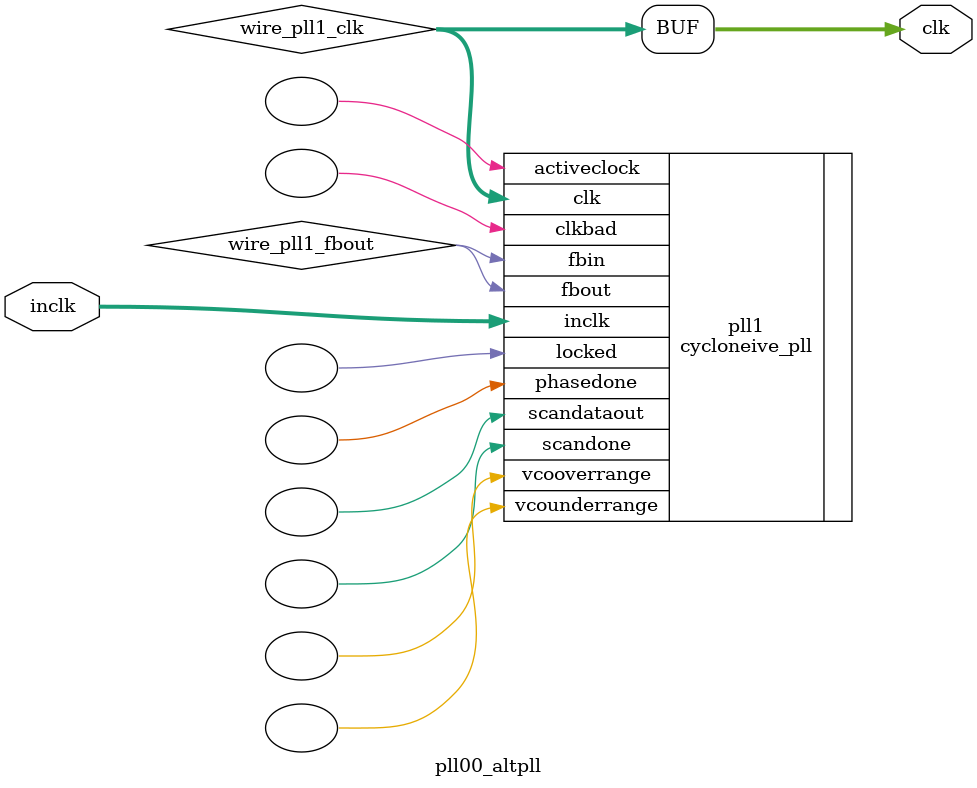
<source format=v>






//synthesis_resources = cycloneive_pll 1 
//synopsys translate_off
`timescale 1 ps / 1 ps
//synopsys translate_on
module  pll00_altpll
	( 
	clk,
	inclk) /* synthesis synthesis_clearbox=1 */;
	output   [4:0]  clk;
	input   [1:0]  inclk;
`ifndef ALTERA_RESERVED_QIS
// synopsys translate_off
`endif
	tri0   [1:0]  inclk;
`ifndef ALTERA_RESERVED_QIS
// synopsys translate_on
`endif

	wire  [4:0]   wire_pll1_clk;
	wire  wire_pll1_fbout;

	cycloneive_pll   pll1
	( 
	.activeclock(),
	.clk(wire_pll1_clk),
	.clkbad(),
	.fbin(wire_pll1_fbout),
	.fbout(wire_pll1_fbout),
	.inclk(inclk),
	.locked(),
	.phasedone(),
	.scandataout(),
	.scandone(),
	.vcooverrange(),
	.vcounderrange()
	`ifndef FORMAL_VERIFICATION
	// synopsys translate_off
	`endif
	,
	.areset(1'b0),
	.clkswitch(1'b0),
	.configupdate(1'b0),
	.pfdena(1'b1),
	.phasecounterselect({3{1'b0}}),
	.phasestep(1'b0),
	.phaseupdown(1'b0),
	.scanclk(1'b0),
	.scanclkena(1'b1),
	.scandata(1'b0)
	`ifndef FORMAL_VERIFICATION
	// synopsys translate_on
	`endif
	);
	defparam
		pll1.bandwidth_type = "auto",
		pll1.clk0_divide_by = 50,
		pll1.clk0_duty_cycle = 50,
		pll1.clk0_multiply_by = 49,
		pll1.clk0_phase_shift = "0",
		pll1.compensate_clock = "clk0",
		pll1.inclk0_input_frequency = 20000,
		pll1.operation_mode = "normal",
		pll1.pll_type = "auto",
		pll1.lpm_type = "cycloneive_pll";
	assign
		clk = {wire_pll1_clk[4:0]};
endmodule //pll00_altpll
//VALID FILE

</source>
